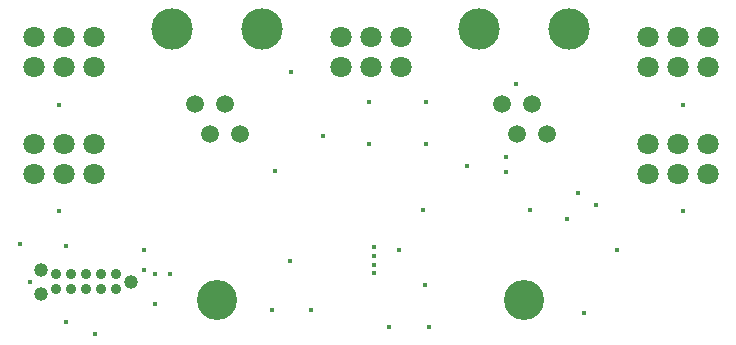
<source format=gbs>
%FSLAX46Y46*%
%MOMM*%
%AMPS15*
1,1,1.500000,0.000000,0.000000*
%
%ADD15PS15*%
%AMPS13*
1,1,1.800000,0.000000,0.000000*
%
%ADD13PS13*%
%AMPS16*
1,1,0.400000,0.000000,0.000000*
%
%ADD16PS16*%
%AMPS12*
1,1,1.190600,0.000000,0.000000*
%
%ADD12PS12*%
%AMPS10*
1,1,3.400000,0.000000,0.000000*
%
%ADD10PS10*%
%AMPS14*
1,1,3.500000,0.000000,0.000000*
%
%ADD14PS14*%
%AMPS11*
1,1,0.887400,0.000000,0.000000*
%
%ADD11PS11*%
G01*
G01*
%LPD*%
G75*
D10*
X-13000000Y3000000D03*
D10*
X13000000Y3000000D03*
D11*
X-24130000Y3937000D03*
D11*
X-21590000Y3937000D03*
D12*
X-27940000Y5588000D03*
D11*
X-25400000Y3937000D03*
D11*
X-21590000Y5207000D03*
D11*
X-26670000Y3937000D03*
D11*
X-22860000Y5207000D03*
D11*
X-25400000Y5207000D03*
D11*
X-22860000Y3937000D03*
D11*
X-24130000Y5207000D03*
D12*
X-27940000Y3556000D03*
D12*
X-20320000Y4572000D03*
D11*
X-26670000Y5207000D03*
D13*
X-26000000Y22730000D03*
D13*
X-28540000Y25270000D03*
D13*
X-28540000Y22730000D03*
D13*
X-23460000Y25270000D03*
D13*
X-26000000Y25270000D03*
D13*
X-23460000Y22730000D03*
D13*
X0Y22730000D03*
D13*
X-2540000Y25270000D03*
D13*
X-2540000Y22730000D03*
D13*
X2540000Y25270000D03*
D13*
X0Y25270000D03*
D13*
X2540000Y22730000D03*
D13*
X26000000Y22730000D03*
D13*
X23460000Y25270000D03*
D13*
X23460000Y22730000D03*
D13*
X28540000Y25270000D03*
D13*
X26000000Y25270000D03*
D13*
X28540000Y22730000D03*
D14*
X-9190000Y26000000D03*
D15*
X-11095000Y17110000D03*
D15*
X-14905000Y19650000D03*
D15*
X-13635000Y17110000D03*
D14*
X-16810000Y26000000D03*
D15*
X-12365000Y19650000D03*
D14*
X16810000Y26000000D03*
D15*
X14905000Y17110000D03*
D15*
X11095000Y19650000D03*
D15*
X12365000Y17110000D03*
D14*
X9190000Y26000000D03*
D15*
X13635000Y19650000D03*
D13*
X-26000000Y13730000D03*
D13*
X-28540000Y16270000D03*
D13*
X-28540000Y13730000D03*
D13*
X-23460000Y16270000D03*
D13*
X-26000000Y16270000D03*
D13*
X-23460000Y13730000D03*
D13*
X26000000Y13730000D03*
D13*
X23460000Y16270000D03*
D13*
X23460000Y13730000D03*
D13*
X28540000Y16270000D03*
D13*
X26000000Y16270000D03*
D13*
X28540000Y13730000D03*
D16*
X-4064000Y16891000D03*
D16*
X-18288000Y5207000D03*
D16*
X-26416000Y19558000D03*
D16*
X4699000Y19812000D03*
D16*
X-28829000Y4572000D03*
D16*
X2413000Y7239000D03*
D16*
X-29718000Y7747000D03*
D16*
X272376Y5987376D03*
D16*
X8128000Y14351000D03*
D16*
X17526000Y12065000D03*
D16*
X-127000Y16256000D03*
D16*
X1524000Y762000D03*
D16*
X-8382000Y2159000D03*
D16*
X16637000Y9906000D03*
D16*
X4953000Y762000D03*
D16*
X-6731000Y22352000D03*
D16*
X13462000Y10668000D03*
D16*
X-5080000Y2159000D03*
D16*
X-8128000Y13970000D03*
D16*
X254000Y6731000D03*
D16*
X-17018000Y5207000D03*
D16*
X-6858000Y6350000D03*
D16*
X12319000Y21336000D03*
D16*
X4572000Y4318000D03*
D16*
X18034000Y1905000D03*
D16*
X11430000Y13843000D03*
D16*
X-19177000Y7239000D03*
D16*
X-26416000Y10541000D03*
D16*
X254000Y7493000D03*
D16*
X26416000Y10541000D03*
D16*
X-25781000Y1143000D03*
D16*
X-127000Y19812000D03*
D16*
X19050000Y11049000D03*
D16*
X20828000Y7239000D03*
D16*
X4445000Y10668000D03*
D16*
X-18288000Y2667000D03*
D16*
X4699000Y16256000D03*
D16*
X11430000Y15113000D03*
D16*
X-23368000Y127000D03*
D16*
X26416000Y19558000D03*
D16*
X254000Y5334000D03*
D16*
X-25781000Y7620000D03*
D16*
X-19177000Y5588000D03*
M02*

</source>
